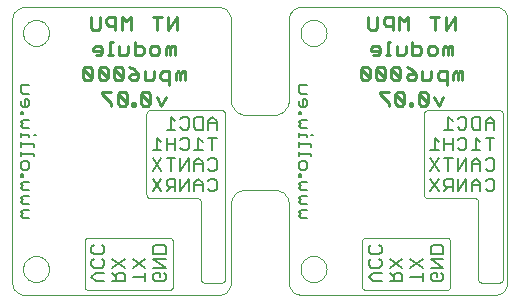
<source format=gbo>
G75*
%MOIN*%
%OFA0B0*%
%FSLAX24Y24*%
%IPPOS*%
%LPD*%
%AMOC8*
5,1,8,0,0,1.08239X$1,22.5*
%
%ADD10C,0.0000*%
%ADD11C,0.0080*%
%ADD12C,0.0030*%
%ADD13C,0.0110*%
D10*
X003587Y005150D02*
X010080Y005150D01*
X010119Y005153D01*
X010158Y005159D01*
X010196Y005169D01*
X010233Y005183D01*
X010268Y005200D01*
X010301Y005221D01*
X010332Y005245D01*
X010361Y005271D01*
X010387Y005301D01*
X010410Y005333D01*
X010430Y005367D01*
X010446Y005402D01*
X010458Y005440D01*
X010467Y005478D01*
X010473Y005517D01*
X010474Y005556D01*
X010474Y008150D01*
X010476Y008194D01*
X010482Y008237D01*
X010491Y008279D01*
X010504Y008321D01*
X010521Y008361D01*
X010541Y008400D01*
X010564Y008437D01*
X010591Y008471D01*
X010620Y008504D01*
X010653Y008533D01*
X010687Y008560D01*
X010724Y008583D01*
X010763Y008603D01*
X010803Y008620D01*
X010845Y008633D01*
X010887Y008642D01*
X010930Y008648D01*
X010974Y008650D01*
X011912Y008650D01*
X011956Y008648D01*
X011999Y008642D01*
X012041Y008633D01*
X012083Y008620D01*
X012123Y008603D01*
X012162Y008583D01*
X012199Y008560D01*
X012233Y008533D01*
X012266Y008504D01*
X012295Y008471D01*
X012322Y008437D01*
X012345Y008400D01*
X012365Y008361D01*
X012382Y008321D01*
X012395Y008279D01*
X012404Y008237D01*
X012410Y008194D01*
X012412Y008150D01*
X012412Y005556D01*
X012414Y005517D01*
X012419Y005479D01*
X012428Y005441D01*
X012441Y005404D01*
X012458Y005369D01*
X012478Y005335D01*
X012501Y005304D01*
X012527Y005275D01*
X012555Y005249D01*
X012586Y005225D01*
X012620Y005205D01*
X012655Y005188D01*
X012692Y005175D01*
X012729Y005165D01*
X012768Y005159D01*
X012807Y005157D01*
X012806Y005157D02*
X019299Y005157D01*
X019338Y005159D01*
X019376Y005165D01*
X019413Y005174D01*
X019450Y005187D01*
X019485Y005204D01*
X019518Y005223D01*
X019549Y005246D01*
X019578Y005272D01*
X019604Y005301D01*
X019627Y005332D01*
X019646Y005365D01*
X019663Y005400D01*
X019676Y005437D01*
X019685Y005474D01*
X019691Y005512D01*
X019693Y005551D01*
X019693Y014350D01*
X019691Y014389D01*
X019685Y014427D01*
X019676Y014464D01*
X019663Y014501D01*
X019646Y014536D01*
X019627Y014569D01*
X019604Y014600D01*
X019578Y014629D01*
X019549Y014655D01*
X019518Y014678D01*
X019485Y014697D01*
X019450Y014714D01*
X019413Y014727D01*
X019376Y014736D01*
X019338Y014742D01*
X019299Y014744D01*
X012806Y014744D01*
X012806Y014743D02*
X012767Y014740D01*
X012728Y014734D01*
X012690Y014724D01*
X012653Y014710D01*
X012618Y014693D01*
X012585Y014672D01*
X012554Y014648D01*
X012525Y014622D01*
X012499Y014592D01*
X012476Y014560D01*
X012456Y014526D01*
X012440Y014491D01*
X012428Y014453D01*
X012419Y014415D01*
X012413Y014376D01*
X012412Y014337D01*
X012412Y014338D02*
X012412Y011650D01*
X012410Y011606D01*
X012404Y011563D01*
X012395Y011521D01*
X012382Y011479D01*
X012365Y011439D01*
X012345Y011400D01*
X012322Y011363D01*
X012295Y011329D01*
X012266Y011296D01*
X012233Y011267D01*
X012199Y011240D01*
X012162Y011217D01*
X012123Y011197D01*
X012083Y011180D01*
X012041Y011167D01*
X011999Y011158D01*
X011956Y011152D01*
X011912Y011150D01*
X010974Y011150D01*
X010930Y011152D01*
X010887Y011158D01*
X010845Y011167D01*
X010803Y011180D01*
X010763Y011197D01*
X010724Y011217D01*
X010687Y011240D01*
X010653Y011267D01*
X010620Y011296D01*
X010591Y011329D01*
X010564Y011363D01*
X010541Y011400D01*
X010521Y011439D01*
X010504Y011479D01*
X010491Y011521D01*
X010482Y011563D01*
X010476Y011606D01*
X010474Y011650D01*
X010474Y014338D01*
X010475Y014338D02*
X010473Y014377D01*
X010468Y014415D01*
X010459Y014453D01*
X010446Y014490D01*
X010429Y014525D01*
X010409Y014559D01*
X010386Y014590D01*
X010360Y014619D01*
X010332Y014645D01*
X010301Y014669D01*
X010267Y014689D01*
X010232Y014706D01*
X010195Y014719D01*
X010158Y014729D01*
X010119Y014735D01*
X010080Y014737D01*
X003587Y014737D01*
X003548Y014735D01*
X003510Y014729D01*
X003473Y014720D01*
X003436Y014707D01*
X003401Y014690D01*
X003368Y014671D01*
X003337Y014648D01*
X003308Y014622D01*
X003282Y014593D01*
X003259Y014562D01*
X003240Y014529D01*
X003223Y014494D01*
X003210Y014457D01*
X003201Y014420D01*
X003195Y014382D01*
X003193Y014343D01*
X003193Y005544D01*
X003195Y005505D01*
X003201Y005467D01*
X003210Y005430D01*
X003223Y005393D01*
X003240Y005358D01*
X003259Y005325D01*
X003282Y005294D01*
X003308Y005265D01*
X003337Y005239D01*
X003368Y005216D01*
X003401Y005197D01*
X003436Y005180D01*
X003473Y005167D01*
X003510Y005158D01*
X003548Y005152D01*
X003587Y005150D01*
X003548Y006006D02*
X003550Y006047D01*
X003556Y006088D01*
X003566Y006128D01*
X003579Y006167D01*
X003596Y006204D01*
X003617Y006240D01*
X003641Y006274D01*
X003668Y006305D01*
X003697Y006333D01*
X003730Y006359D01*
X003764Y006381D01*
X003801Y006400D01*
X003839Y006415D01*
X003879Y006427D01*
X003919Y006435D01*
X003960Y006439D01*
X004002Y006439D01*
X004043Y006435D01*
X004083Y006427D01*
X004123Y006415D01*
X004161Y006400D01*
X004197Y006381D01*
X004232Y006359D01*
X004265Y006333D01*
X004294Y006305D01*
X004321Y006274D01*
X004345Y006240D01*
X004366Y006204D01*
X004383Y006167D01*
X004396Y006128D01*
X004406Y006088D01*
X004412Y006047D01*
X004414Y006006D01*
X004412Y005965D01*
X004406Y005924D01*
X004396Y005884D01*
X004383Y005845D01*
X004366Y005808D01*
X004345Y005772D01*
X004321Y005738D01*
X004294Y005707D01*
X004265Y005679D01*
X004232Y005653D01*
X004198Y005631D01*
X004161Y005612D01*
X004123Y005597D01*
X004083Y005585D01*
X004043Y005577D01*
X004002Y005573D01*
X003960Y005573D01*
X003919Y005577D01*
X003879Y005585D01*
X003839Y005597D01*
X003801Y005612D01*
X003765Y005631D01*
X003730Y005653D01*
X003697Y005679D01*
X003668Y005707D01*
X003641Y005738D01*
X003617Y005772D01*
X003596Y005808D01*
X003579Y005845D01*
X003566Y005884D01*
X003556Y005924D01*
X003550Y005965D01*
X003548Y006006D01*
X003548Y013880D02*
X003550Y013921D01*
X003556Y013962D01*
X003566Y014002D01*
X003579Y014041D01*
X003596Y014078D01*
X003617Y014114D01*
X003641Y014148D01*
X003668Y014179D01*
X003697Y014207D01*
X003730Y014233D01*
X003764Y014255D01*
X003801Y014274D01*
X003839Y014289D01*
X003879Y014301D01*
X003919Y014309D01*
X003960Y014313D01*
X004002Y014313D01*
X004043Y014309D01*
X004083Y014301D01*
X004123Y014289D01*
X004161Y014274D01*
X004197Y014255D01*
X004232Y014233D01*
X004265Y014207D01*
X004294Y014179D01*
X004321Y014148D01*
X004345Y014114D01*
X004366Y014078D01*
X004383Y014041D01*
X004396Y014002D01*
X004406Y013962D01*
X004412Y013921D01*
X004414Y013880D01*
X004412Y013839D01*
X004406Y013798D01*
X004396Y013758D01*
X004383Y013719D01*
X004366Y013682D01*
X004345Y013646D01*
X004321Y013612D01*
X004294Y013581D01*
X004265Y013553D01*
X004232Y013527D01*
X004198Y013505D01*
X004161Y013486D01*
X004123Y013471D01*
X004083Y013459D01*
X004043Y013451D01*
X004002Y013447D01*
X003960Y013447D01*
X003919Y013451D01*
X003879Y013459D01*
X003839Y013471D01*
X003801Y013486D01*
X003765Y013505D01*
X003730Y013527D01*
X003697Y013553D01*
X003668Y013581D01*
X003641Y013612D01*
X003617Y013646D01*
X003596Y013682D01*
X003579Y013719D01*
X003566Y013758D01*
X003556Y013798D01*
X003550Y013839D01*
X003548Y013880D01*
X012798Y013880D02*
X012800Y013921D01*
X012806Y013962D01*
X012816Y014002D01*
X012829Y014041D01*
X012846Y014078D01*
X012867Y014114D01*
X012891Y014148D01*
X012918Y014179D01*
X012947Y014207D01*
X012980Y014233D01*
X013014Y014255D01*
X013051Y014274D01*
X013089Y014289D01*
X013129Y014301D01*
X013169Y014309D01*
X013210Y014313D01*
X013252Y014313D01*
X013293Y014309D01*
X013333Y014301D01*
X013373Y014289D01*
X013411Y014274D01*
X013447Y014255D01*
X013482Y014233D01*
X013515Y014207D01*
X013544Y014179D01*
X013571Y014148D01*
X013595Y014114D01*
X013616Y014078D01*
X013633Y014041D01*
X013646Y014002D01*
X013656Y013962D01*
X013662Y013921D01*
X013664Y013880D01*
X013662Y013839D01*
X013656Y013798D01*
X013646Y013758D01*
X013633Y013719D01*
X013616Y013682D01*
X013595Y013646D01*
X013571Y013612D01*
X013544Y013581D01*
X013515Y013553D01*
X013482Y013527D01*
X013448Y013505D01*
X013411Y013486D01*
X013373Y013471D01*
X013333Y013459D01*
X013293Y013451D01*
X013252Y013447D01*
X013210Y013447D01*
X013169Y013451D01*
X013129Y013459D01*
X013089Y013471D01*
X013051Y013486D01*
X013015Y013505D01*
X012980Y013527D01*
X012947Y013553D01*
X012918Y013581D01*
X012891Y013612D01*
X012867Y013646D01*
X012846Y013682D01*
X012829Y013719D01*
X012816Y013758D01*
X012806Y013798D01*
X012800Y013839D01*
X012798Y013880D01*
X012798Y006006D02*
X012800Y006047D01*
X012806Y006088D01*
X012816Y006128D01*
X012829Y006167D01*
X012846Y006204D01*
X012867Y006240D01*
X012891Y006274D01*
X012918Y006305D01*
X012947Y006333D01*
X012980Y006359D01*
X013014Y006381D01*
X013051Y006400D01*
X013089Y006415D01*
X013129Y006427D01*
X013169Y006435D01*
X013210Y006439D01*
X013252Y006439D01*
X013293Y006435D01*
X013333Y006427D01*
X013373Y006415D01*
X013411Y006400D01*
X013447Y006381D01*
X013482Y006359D01*
X013515Y006333D01*
X013544Y006305D01*
X013571Y006274D01*
X013595Y006240D01*
X013616Y006204D01*
X013633Y006167D01*
X013646Y006128D01*
X013656Y006088D01*
X013662Y006047D01*
X013664Y006006D01*
X013662Y005965D01*
X013656Y005924D01*
X013646Y005884D01*
X013633Y005845D01*
X013616Y005808D01*
X013595Y005772D01*
X013571Y005738D01*
X013544Y005707D01*
X013515Y005679D01*
X013482Y005653D01*
X013448Y005631D01*
X013411Y005612D01*
X013373Y005597D01*
X013333Y005585D01*
X013293Y005577D01*
X013252Y005573D01*
X013210Y005573D01*
X013169Y005577D01*
X013129Y005585D01*
X013089Y005597D01*
X013051Y005612D01*
X013015Y005631D01*
X012980Y005653D01*
X012947Y005679D01*
X012918Y005707D01*
X012891Y005738D01*
X012867Y005772D01*
X012846Y005808D01*
X012829Y005845D01*
X012816Y005884D01*
X012806Y005924D01*
X012800Y005965D01*
X012798Y006006D01*
D11*
X012803Y007711D02*
X012733Y007781D01*
X012803Y007851D01*
X012733Y007921D01*
X012803Y007991D01*
X013013Y007991D01*
X013013Y008171D02*
X012803Y008171D01*
X012733Y008242D01*
X012803Y008312D01*
X012733Y008382D01*
X012803Y008452D01*
X013013Y008452D01*
X013013Y008632D02*
X012803Y008632D01*
X012733Y008702D01*
X012803Y008772D01*
X012733Y008842D01*
X012803Y008912D01*
X013013Y008912D01*
X012803Y009092D02*
X012803Y009162D01*
X012733Y009162D01*
X012733Y009092D01*
X012803Y009092D01*
X012803Y009322D02*
X012733Y009392D01*
X012733Y009533D01*
X012803Y009603D01*
X012943Y009603D01*
X013013Y009533D01*
X013013Y009392D01*
X012943Y009322D01*
X012803Y009322D01*
X012733Y009783D02*
X012733Y009923D01*
X012733Y009853D02*
X013154Y009853D01*
X013154Y009783D01*
X013154Y010090D02*
X013154Y010160D01*
X012733Y010160D01*
X012733Y010090D02*
X012733Y010230D01*
X012733Y010397D02*
X012733Y010537D01*
X012733Y010467D02*
X013013Y010467D01*
X013013Y010397D01*
X013154Y010467D02*
X013224Y010467D01*
X013013Y010704D02*
X012803Y010704D01*
X012733Y010774D01*
X012803Y010844D01*
X012733Y010914D01*
X012803Y010984D01*
X013013Y010984D01*
X012803Y011164D02*
X012803Y011234D01*
X012733Y011234D01*
X012733Y011164D01*
X012803Y011164D01*
X012803Y011394D02*
X012733Y011464D01*
X012733Y011604D01*
X012873Y011674D02*
X012873Y011394D01*
X012803Y011394D02*
X012943Y011394D01*
X013013Y011464D01*
X013013Y011604D01*
X012943Y011674D01*
X012873Y011674D01*
X012803Y011855D02*
X012733Y011925D01*
X012733Y012135D01*
X013013Y012135D01*
X013013Y011855D02*
X012803Y011855D01*
X009997Y010939D02*
X009997Y010659D01*
X009997Y010869D02*
X009717Y010869D01*
X009717Y010939D02*
X009717Y010659D01*
X009537Y010659D02*
X009326Y010659D01*
X009256Y010729D01*
X009256Y011009D01*
X009326Y011079D01*
X009537Y011079D01*
X009537Y010659D01*
X009717Y010939D02*
X009857Y011079D01*
X009997Y010939D01*
X009997Y010392D02*
X009717Y010392D01*
X009857Y010392D02*
X009857Y009971D01*
X009927Y009704D02*
X009997Y009634D01*
X009997Y009354D01*
X009927Y009284D01*
X009787Y009284D01*
X009717Y009354D01*
X009537Y009284D02*
X009537Y009564D01*
X009396Y009704D01*
X009256Y009564D01*
X009256Y009284D01*
X009076Y009284D02*
X009076Y009704D01*
X008796Y009284D01*
X008796Y009704D01*
X008616Y009704D02*
X008336Y009704D01*
X008476Y009704D02*
X008476Y009284D01*
X008406Y009017D02*
X008336Y008947D01*
X008336Y008806D01*
X008406Y008736D01*
X008616Y008736D01*
X008616Y008596D02*
X008616Y009017D01*
X008406Y009017D01*
X008155Y009017D02*
X007875Y008596D01*
X008155Y008596D02*
X007875Y009017D01*
X007875Y009284D02*
X008155Y009704D01*
X008155Y009971D02*
X007875Y009971D01*
X008015Y009971D02*
X008015Y010392D01*
X008155Y010251D01*
X008336Y010181D02*
X008616Y010181D01*
X008616Y009971D02*
X008616Y010392D01*
X008796Y010322D02*
X008866Y010392D01*
X009006Y010392D01*
X009076Y010322D01*
X009076Y010041D01*
X009006Y009971D01*
X008866Y009971D01*
X008796Y010041D01*
X009256Y009971D02*
X009537Y009971D01*
X009396Y009971D02*
X009396Y010392D01*
X009537Y010251D01*
X009787Y009704D02*
X009717Y009634D01*
X009787Y009704D02*
X009927Y009704D01*
X009537Y009494D02*
X009256Y009494D01*
X009396Y009017D02*
X009256Y008876D01*
X009256Y008596D01*
X009076Y008596D02*
X009076Y009017D01*
X008796Y008596D01*
X008796Y009017D01*
X008476Y008736D02*
X008336Y008596D01*
X008155Y009284D02*
X007875Y009704D01*
X008336Y009971D02*
X008336Y010392D01*
X008336Y010659D02*
X008616Y010659D01*
X008476Y010659D02*
X008476Y011079D01*
X008616Y010939D01*
X008796Y011009D02*
X008866Y011079D01*
X009006Y011079D01*
X009076Y011009D01*
X009076Y010729D01*
X009006Y010659D01*
X008866Y010659D01*
X008796Y010729D01*
X009396Y009017D02*
X009537Y008876D01*
X009537Y008596D01*
X009717Y008666D02*
X009787Y008596D01*
X009927Y008596D01*
X009997Y008666D01*
X009997Y008947D01*
X009927Y009017D01*
X009787Y009017D01*
X009717Y008947D01*
X009537Y008806D02*
X009256Y008806D01*
X008240Y006797D02*
X007959Y006797D01*
X007889Y006727D01*
X007889Y006517D01*
X008310Y006517D01*
X008310Y006727D01*
X008240Y006797D01*
X008310Y006337D02*
X007889Y006337D01*
X008310Y006057D01*
X007889Y006057D01*
X007959Y005876D02*
X008100Y005876D01*
X008100Y005736D01*
X008240Y005596D02*
X007959Y005596D01*
X007889Y005666D01*
X007889Y005806D01*
X007959Y005876D01*
X007622Y005876D02*
X007622Y005596D01*
X007622Y005736D02*
X007202Y005736D01*
X006935Y005806D02*
X006935Y005596D01*
X006514Y005596D01*
X006655Y005596D02*
X006655Y005806D01*
X006725Y005876D01*
X006865Y005876D01*
X006935Y005806D01*
X006935Y006057D02*
X006514Y006337D01*
X006514Y006057D02*
X006935Y006337D01*
X007202Y006337D02*
X007622Y006057D01*
X007622Y006337D02*
X007202Y006057D01*
X006655Y005736D02*
X006514Y005876D01*
X006247Y005876D02*
X005967Y005876D01*
X005827Y005736D01*
X005967Y005596D01*
X006247Y005596D01*
X006177Y006057D02*
X005897Y006057D01*
X005827Y006127D01*
X005827Y006267D01*
X005897Y006337D01*
X005897Y006517D02*
X005827Y006587D01*
X005827Y006727D01*
X005897Y006797D01*
X006177Y006797D02*
X006247Y006727D01*
X006247Y006587D01*
X006177Y006517D01*
X005897Y006517D01*
X006177Y006337D02*
X006247Y006267D01*
X006247Y006127D01*
X006177Y006057D01*
X008240Y005876D02*
X008310Y005806D01*
X008310Y005666D01*
X008240Y005596D01*
X003904Y009783D02*
X003904Y009853D01*
X003483Y009853D01*
X003483Y009783D02*
X003483Y009923D01*
X003483Y010090D02*
X003483Y010230D01*
X003483Y010160D02*
X003904Y010160D01*
X003904Y010090D01*
X003763Y010397D02*
X003763Y010467D01*
X003483Y010467D01*
X003483Y010397D02*
X003483Y010537D01*
X003553Y010704D02*
X003483Y010774D01*
X003553Y010844D01*
X003483Y010914D01*
X003553Y010984D01*
X003763Y010984D01*
X003553Y011164D02*
X003553Y011234D01*
X003483Y011234D01*
X003483Y011164D01*
X003553Y011164D01*
X003553Y011394D02*
X003693Y011394D01*
X003763Y011464D01*
X003763Y011604D01*
X003693Y011674D01*
X003623Y011674D01*
X003623Y011394D01*
X003553Y011394D02*
X003483Y011464D01*
X003483Y011604D01*
X003553Y011855D02*
X003483Y011925D01*
X003483Y012135D01*
X003763Y012135D01*
X003763Y011855D02*
X003553Y011855D01*
X003553Y010704D02*
X003763Y010704D01*
X003904Y010467D02*
X003974Y010467D01*
X003693Y009603D02*
X003553Y009603D01*
X003483Y009533D01*
X003483Y009392D01*
X003553Y009322D01*
X003693Y009322D01*
X003763Y009392D01*
X003763Y009533D01*
X003693Y009603D01*
X003553Y009162D02*
X003483Y009162D01*
X003483Y009092D01*
X003553Y009092D01*
X003553Y009162D01*
X003553Y008912D02*
X003763Y008912D01*
X003553Y008912D02*
X003483Y008842D01*
X003553Y008772D01*
X003483Y008702D01*
X003553Y008632D01*
X003763Y008632D01*
X003763Y008452D02*
X003553Y008452D01*
X003483Y008382D01*
X003553Y008312D01*
X003483Y008242D01*
X003553Y008171D01*
X003763Y008171D01*
X003763Y007991D02*
X003553Y007991D01*
X003483Y007921D01*
X003553Y007851D01*
X003483Y007781D01*
X003553Y007711D01*
X003763Y007711D01*
X012803Y007711D02*
X013013Y007711D01*
X015077Y006727D02*
X015077Y006587D01*
X015147Y006517D01*
X015427Y006517D01*
X015497Y006587D01*
X015497Y006727D01*
X015427Y006797D01*
X015147Y006797D02*
X015077Y006727D01*
X015147Y006337D02*
X015077Y006267D01*
X015077Y006127D01*
X015147Y006057D01*
X015427Y006057D01*
X015497Y006127D01*
X015497Y006267D01*
X015427Y006337D01*
X015764Y006337D02*
X016185Y006057D01*
X016115Y005876D02*
X015975Y005876D01*
X015905Y005806D01*
X015905Y005596D01*
X015905Y005736D02*
X015764Y005876D01*
X015764Y006057D02*
X016185Y006337D01*
X016452Y006337D02*
X016872Y006057D01*
X016872Y005876D02*
X016872Y005596D01*
X016872Y005736D02*
X016452Y005736D01*
X016185Y005806D02*
X016115Y005876D01*
X016185Y005806D02*
X016185Y005596D01*
X015764Y005596D01*
X015497Y005596D02*
X015217Y005596D01*
X015077Y005736D01*
X015217Y005876D01*
X015497Y005876D01*
X016452Y006057D02*
X016872Y006337D01*
X017139Y006337D02*
X017560Y006337D01*
X017560Y006517D02*
X017560Y006727D01*
X017490Y006797D01*
X017209Y006797D01*
X017139Y006727D01*
X017139Y006517D01*
X017560Y006517D01*
X017139Y006337D02*
X017560Y006057D01*
X017139Y006057D01*
X017209Y005876D02*
X017350Y005876D01*
X017350Y005736D01*
X017490Y005596D02*
X017209Y005596D01*
X017139Y005666D01*
X017139Y005806D01*
X017209Y005876D01*
X017490Y005876D02*
X017560Y005806D01*
X017560Y005666D01*
X017490Y005596D01*
X017405Y008596D02*
X017125Y009017D01*
X017125Y009284D02*
X017405Y009704D01*
X017586Y009704D02*
X017866Y009704D01*
X017726Y009704D02*
X017726Y009284D01*
X017656Y009017D02*
X017586Y008947D01*
X017586Y008806D01*
X017656Y008736D01*
X017866Y008736D01*
X017866Y008596D02*
X017866Y009017D01*
X017656Y009017D01*
X017405Y009017D02*
X017125Y008596D01*
X017586Y008596D02*
X017726Y008736D01*
X018046Y008596D02*
X018046Y009017D01*
X018046Y009284D02*
X018046Y009704D01*
X018116Y009971D02*
X018046Y010041D01*
X018116Y009971D02*
X018256Y009971D01*
X018326Y010041D01*
X018326Y010322D01*
X018256Y010392D01*
X018116Y010392D01*
X018046Y010322D01*
X017866Y010392D02*
X017866Y009971D01*
X017866Y010181D02*
X017586Y010181D01*
X017405Y010251D02*
X017265Y010392D01*
X017265Y009971D01*
X017405Y009971D02*
X017125Y009971D01*
X017125Y009704D02*
X017405Y009284D01*
X018046Y009284D02*
X018326Y009704D01*
X018326Y009284D01*
X018506Y009284D02*
X018506Y009564D01*
X018646Y009704D01*
X018787Y009564D01*
X018787Y009284D01*
X018967Y009354D02*
X019037Y009284D01*
X019177Y009284D01*
X019247Y009354D01*
X019247Y009634D01*
X019177Y009704D01*
X019037Y009704D01*
X018967Y009634D01*
X018787Y009494D02*
X018506Y009494D01*
X018506Y009971D02*
X018787Y009971D01*
X018646Y009971D02*
X018646Y010392D01*
X018787Y010251D01*
X018967Y010392D02*
X019247Y010392D01*
X019107Y010392D02*
X019107Y009971D01*
X019247Y010659D02*
X019247Y010939D01*
X019107Y011079D01*
X018967Y010939D01*
X018967Y010659D01*
X018787Y010659D02*
X018576Y010659D01*
X018506Y010729D01*
X018506Y011009D01*
X018576Y011079D01*
X018787Y011079D01*
X018787Y010659D01*
X018967Y010869D02*
X019247Y010869D01*
X018326Y011009D02*
X018326Y010729D01*
X018256Y010659D01*
X018116Y010659D01*
X018046Y010729D01*
X017866Y010659D02*
X017586Y010659D01*
X017726Y010659D02*
X017726Y011079D01*
X017866Y010939D01*
X018046Y011009D02*
X018116Y011079D01*
X018256Y011079D01*
X018326Y011009D01*
X017586Y010392D02*
X017586Y009971D01*
X018326Y009017D02*
X018046Y008596D01*
X018326Y008596D02*
X018326Y009017D01*
X018506Y008876D02*
X018506Y008596D01*
X018506Y008806D02*
X018787Y008806D01*
X018787Y008876D02*
X018646Y009017D01*
X018506Y008876D01*
X018787Y008876D02*
X018787Y008596D01*
X018967Y008666D02*
X019037Y008596D01*
X019177Y008596D01*
X019247Y008666D01*
X019247Y008947D01*
X019177Y009017D01*
X019037Y009017D01*
X018967Y008947D01*
D12*
X018599Y008369D02*
X017037Y008369D01*
X017017Y008371D01*
X016998Y008375D01*
X016980Y008383D01*
X016964Y008393D01*
X016949Y008406D01*
X016936Y008421D01*
X016926Y008437D01*
X016918Y008455D01*
X016914Y008474D01*
X016912Y008494D01*
X016912Y011181D01*
X016914Y011201D01*
X016918Y011220D01*
X016926Y011238D01*
X016936Y011254D01*
X016949Y011269D01*
X016964Y011282D01*
X016980Y011292D01*
X016998Y011300D01*
X017017Y011304D01*
X017037Y011306D01*
X019412Y011306D01*
X019432Y011304D01*
X019451Y011300D01*
X019469Y011292D01*
X019485Y011282D01*
X019500Y011269D01*
X019513Y011254D01*
X019523Y011238D01*
X019531Y011220D01*
X019535Y011201D01*
X019537Y011181D01*
X019537Y005681D01*
X019535Y005661D01*
X019531Y005642D01*
X019523Y005624D01*
X019513Y005608D01*
X019500Y005593D01*
X019485Y005580D01*
X019469Y005570D01*
X019451Y005562D01*
X019432Y005558D01*
X019412Y005556D01*
X018849Y005556D01*
X018829Y005558D01*
X018810Y005562D01*
X018792Y005570D01*
X018776Y005580D01*
X018761Y005593D01*
X018748Y005608D01*
X018738Y005624D01*
X018730Y005642D01*
X018726Y005661D01*
X018724Y005681D01*
X018724Y008244D01*
X018722Y008264D01*
X018718Y008283D01*
X018710Y008301D01*
X018700Y008317D01*
X018687Y008332D01*
X018672Y008345D01*
X018656Y008355D01*
X018638Y008363D01*
X018619Y008367D01*
X018599Y008369D01*
X017662Y007056D02*
X014974Y007056D01*
X014954Y007054D01*
X014935Y007050D01*
X014917Y007042D01*
X014901Y007032D01*
X014886Y007019D01*
X014873Y007004D01*
X014863Y006988D01*
X014855Y006970D01*
X014851Y006951D01*
X014849Y006931D01*
X014849Y005431D01*
X014851Y005411D01*
X014855Y005392D01*
X014863Y005374D01*
X014873Y005358D01*
X014886Y005343D01*
X014901Y005330D01*
X014917Y005320D01*
X014935Y005312D01*
X014954Y005308D01*
X014974Y005306D01*
X017662Y005306D01*
X017682Y005308D01*
X017701Y005312D01*
X017719Y005320D01*
X017735Y005330D01*
X017750Y005343D01*
X017763Y005358D01*
X017773Y005374D01*
X017781Y005392D01*
X017785Y005411D01*
X017787Y005431D01*
X017787Y006931D01*
X017785Y006951D01*
X017781Y006970D01*
X017773Y006988D01*
X017763Y007004D01*
X017750Y007019D01*
X017735Y007032D01*
X017719Y007042D01*
X017701Y007050D01*
X017682Y007054D01*
X017662Y007056D01*
X010287Y005681D02*
X010287Y011181D01*
X010285Y011201D01*
X010281Y011220D01*
X010273Y011238D01*
X010263Y011254D01*
X010250Y011269D01*
X010235Y011282D01*
X010219Y011292D01*
X010201Y011300D01*
X010182Y011304D01*
X010162Y011306D01*
X007787Y011306D01*
X007767Y011304D01*
X007748Y011300D01*
X007730Y011292D01*
X007714Y011282D01*
X007699Y011269D01*
X007686Y011254D01*
X007676Y011238D01*
X007668Y011220D01*
X007664Y011201D01*
X007662Y011181D01*
X007662Y008494D01*
X007664Y008474D01*
X007668Y008455D01*
X007676Y008437D01*
X007686Y008421D01*
X007699Y008406D01*
X007714Y008393D01*
X007730Y008383D01*
X007748Y008375D01*
X007767Y008371D01*
X007787Y008369D01*
X009349Y008369D01*
X009369Y008367D01*
X009388Y008363D01*
X009406Y008355D01*
X009422Y008345D01*
X009437Y008332D01*
X009450Y008317D01*
X009460Y008301D01*
X009468Y008283D01*
X009472Y008264D01*
X009474Y008244D01*
X009474Y005681D01*
X009476Y005661D01*
X009480Y005642D01*
X009488Y005624D01*
X009498Y005608D01*
X009511Y005593D01*
X009526Y005580D01*
X009542Y005570D01*
X009560Y005562D01*
X009579Y005558D01*
X009599Y005556D01*
X010162Y005556D01*
X010182Y005558D01*
X010201Y005562D01*
X010219Y005570D01*
X010235Y005580D01*
X010250Y005593D01*
X010263Y005608D01*
X010273Y005624D01*
X010281Y005642D01*
X010285Y005661D01*
X010287Y005681D01*
X008537Y005431D02*
X008537Y006931D01*
X008535Y006951D01*
X008531Y006970D01*
X008523Y006988D01*
X008513Y007004D01*
X008500Y007019D01*
X008485Y007032D01*
X008469Y007042D01*
X008451Y007050D01*
X008432Y007054D01*
X008412Y007056D01*
X005724Y007056D01*
X005704Y007054D01*
X005685Y007050D01*
X005667Y007042D01*
X005651Y007032D01*
X005636Y007019D01*
X005623Y007004D01*
X005613Y006988D01*
X005605Y006970D01*
X005601Y006951D01*
X005599Y006931D01*
X005599Y005431D01*
X005601Y005411D01*
X005605Y005392D01*
X005613Y005374D01*
X005623Y005358D01*
X005636Y005343D01*
X005651Y005330D01*
X005667Y005320D01*
X005685Y005312D01*
X005704Y005308D01*
X005724Y005306D01*
X008412Y005306D01*
X008432Y005308D01*
X008451Y005312D01*
X008469Y005320D01*
X008485Y005330D01*
X008500Y005343D01*
X008513Y005358D01*
X008523Y005374D01*
X008531Y005392D01*
X008535Y005411D01*
X008537Y005431D01*
D13*
X008148Y011455D02*
X007998Y011755D01*
X007783Y011830D02*
X007783Y011530D01*
X007482Y011830D01*
X007482Y011530D01*
X007558Y011455D01*
X007708Y011455D01*
X007783Y011530D01*
X007783Y011830D02*
X007708Y011905D01*
X007558Y011905D01*
X007482Y011830D01*
X007267Y011530D02*
X007192Y011530D01*
X007192Y011455D01*
X007267Y011455D01*
X007267Y011530D01*
X007009Y011530D02*
X006709Y011830D01*
X006709Y011530D01*
X006784Y011455D01*
X006934Y011455D01*
X007009Y011530D01*
X007009Y011830D01*
X006934Y011905D01*
X006784Y011905D01*
X006709Y011830D01*
X006494Y011905D02*
X006193Y011905D01*
X006193Y011830D01*
X006494Y011530D01*
X006494Y011455D01*
X006655Y012295D02*
X006805Y012295D01*
X006880Y012370D01*
X006580Y012670D01*
X006580Y012370D01*
X006655Y012295D01*
X006880Y012370D02*
X006880Y012670D01*
X006805Y012745D01*
X006655Y012745D01*
X006580Y012670D01*
X006365Y012670D02*
X006290Y012745D01*
X006140Y012745D01*
X006064Y012670D01*
X006365Y012370D01*
X006290Y012295D01*
X006140Y012295D01*
X006064Y012370D01*
X006064Y012670D01*
X005849Y012670D02*
X005774Y012745D01*
X005624Y012745D01*
X005549Y012670D01*
X005849Y012370D01*
X005774Y012295D01*
X005624Y012295D01*
X005549Y012370D01*
X005549Y012670D01*
X005849Y012670D02*
X005849Y012370D01*
X006365Y012370D02*
X006365Y012670D01*
X006386Y013135D02*
X006537Y013135D01*
X006462Y013135D02*
X006462Y013585D01*
X006537Y013585D01*
X006752Y013435D02*
X006752Y013135D01*
X006977Y013135D01*
X007052Y013210D01*
X007052Y013435D01*
X007268Y013435D02*
X007493Y013435D01*
X007568Y013360D01*
X007568Y013210D01*
X007493Y013135D01*
X007268Y013135D01*
X007268Y013585D01*
X007138Y013975D02*
X007138Y014425D01*
X006988Y014275D01*
X006838Y014425D01*
X006838Y013975D01*
X006623Y013975D02*
X006623Y014425D01*
X006397Y014425D01*
X006322Y014350D01*
X006322Y014200D01*
X006397Y014125D01*
X006623Y014125D01*
X006107Y014050D02*
X006107Y014425D01*
X005807Y014425D02*
X005807Y014050D01*
X005882Y013975D01*
X006032Y013975D01*
X006107Y014050D01*
X006118Y013435D02*
X005968Y013435D01*
X005893Y013360D01*
X005893Y013285D01*
X006193Y013285D01*
X006193Y013210D02*
X006193Y013360D01*
X006118Y013435D01*
X006193Y013210D02*
X006118Y013135D01*
X005968Y013135D01*
X007096Y012745D02*
X007246Y012670D01*
X007396Y012520D01*
X007171Y012520D01*
X007096Y012445D01*
X007096Y012370D01*
X007171Y012295D01*
X007321Y012295D01*
X007396Y012370D01*
X007396Y012520D01*
X007611Y012595D02*
X007611Y012295D01*
X007837Y012295D01*
X007912Y012370D01*
X007912Y012595D01*
X008127Y012520D02*
X008127Y012370D01*
X008202Y012295D01*
X008427Y012295D01*
X008427Y012145D02*
X008427Y012595D01*
X008202Y012595D01*
X008127Y012520D01*
X008643Y012520D02*
X008643Y012295D01*
X008793Y012295D02*
X008793Y012520D01*
X008718Y012595D01*
X008643Y012520D01*
X008793Y012520D02*
X008868Y012595D01*
X008943Y012595D01*
X008943Y012295D01*
X008298Y011755D02*
X008148Y011455D01*
X008008Y013135D02*
X008084Y013210D01*
X008084Y013360D01*
X008008Y013435D01*
X007858Y013435D01*
X007783Y013360D01*
X007783Y013210D01*
X007858Y013135D01*
X008008Y013135D01*
X008299Y013135D02*
X008299Y013360D01*
X008374Y013435D01*
X008449Y013360D01*
X008449Y013135D01*
X008599Y013135D02*
X008599Y013435D01*
X008524Y013435D01*
X008449Y013360D01*
X008385Y013975D02*
X008385Y014425D01*
X008169Y014425D02*
X007869Y014425D01*
X008019Y014425D02*
X008019Y013975D01*
X008385Y013975D02*
X008685Y014425D01*
X008685Y013975D01*
X014799Y012670D02*
X014799Y012370D01*
X014874Y012295D01*
X015024Y012295D01*
X015099Y012370D01*
X014799Y012670D01*
X014874Y012745D01*
X015024Y012745D01*
X015099Y012670D01*
X015099Y012370D01*
X015314Y012370D02*
X015390Y012295D01*
X015540Y012295D01*
X015615Y012370D01*
X015314Y012670D01*
X015314Y012370D01*
X015314Y012670D02*
X015390Y012745D01*
X015540Y012745D01*
X015615Y012670D01*
X015615Y012370D01*
X015830Y012370D02*
X015905Y012295D01*
X016055Y012295D01*
X016130Y012370D01*
X015830Y012670D01*
X015830Y012370D01*
X016130Y012370D02*
X016130Y012670D01*
X016055Y012745D01*
X015905Y012745D01*
X015830Y012670D01*
X015787Y013135D02*
X015636Y013135D01*
X015712Y013135D02*
X015712Y013585D01*
X015787Y013585D01*
X016002Y013435D02*
X016002Y013135D01*
X016227Y013135D01*
X016302Y013210D01*
X016302Y013435D01*
X016518Y013435D02*
X016743Y013435D01*
X016818Y013360D01*
X016818Y013210D01*
X016743Y013135D01*
X016518Y013135D01*
X016518Y013585D01*
X016388Y013975D02*
X016388Y014425D01*
X016238Y014275D01*
X016088Y014425D01*
X016088Y013975D01*
X015873Y013975D02*
X015873Y014425D01*
X015647Y014425D01*
X015572Y014350D01*
X015572Y014200D01*
X015647Y014125D01*
X015873Y014125D01*
X015357Y014050D02*
X015282Y013975D01*
X015132Y013975D01*
X015057Y014050D01*
X015057Y014425D01*
X015357Y014425D02*
X015357Y014050D01*
X015368Y013435D02*
X015218Y013435D01*
X015143Y013360D01*
X015143Y013285D01*
X015443Y013285D01*
X015443Y013210D02*
X015443Y013360D01*
X015368Y013435D01*
X015443Y013210D02*
X015368Y013135D01*
X015218Y013135D01*
X016346Y012745D02*
X016496Y012670D01*
X016646Y012520D01*
X016421Y012520D01*
X016346Y012445D01*
X016346Y012370D01*
X016421Y012295D01*
X016571Y012295D01*
X016646Y012370D01*
X016646Y012520D01*
X016861Y012595D02*
X016861Y012295D01*
X017087Y012295D01*
X017162Y012370D01*
X017162Y012595D01*
X017377Y012520D02*
X017377Y012370D01*
X017452Y012295D01*
X017677Y012295D01*
X017677Y012145D02*
X017677Y012595D01*
X017452Y012595D01*
X017377Y012520D01*
X017893Y012520D02*
X017893Y012295D01*
X018043Y012295D02*
X018043Y012520D01*
X017968Y012595D01*
X017893Y012520D01*
X018043Y012520D02*
X018118Y012595D01*
X018193Y012595D01*
X018193Y012295D01*
X017548Y011755D02*
X017398Y011455D01*
X017248Y011755D01*
X017033Y011830D02*
X017033Y011530D01*
X016732Y011830D01*
X016732Y011530D01*
X016808Y011455D01*
X016958Y011455D01*
X017033Y011530D01*
X017033Y011830D02*
X016958Y011905D01*
X016808Y011905D01*
X016732Y011830D01*
X016517Y011530D02*
X016442Y011530D01*
X016442Y011455D01*
X016517Y011455D01*
X016517Y011530D01*
X016259Y011530D02*
X015959Y011830D01*
X015959Y011530D01*
X016034Y011455D01*
X016184Y011455D01*
X016259Y011530D01*
X016259Y011830D01*
X016184Y011905D01*
X016034Y011905D01*
X015959Y011830D01*
X015744Y011905D02*
X015443Y011905D01*
X015443Y011830D01*
X015744Y011530D01*
X015744Y011455D01*
X017108Y013135D02*
X017033Y013210D01*
X017033Y013360D01*
X017108Y013435D01*
X017258Y013435D01*
X017334Y013360D01*
X017334Y013210D01*
X017258Y013135D01*
X017108Y013135D01*
X017549Y013135D02*
X017549Y013360D01*
X017624Y013435D01*
X017699Y013360D01*
X017699Y013135D01*
X017849Y013135D02*
X017849Y013435D01*
X017774Y013435D01*
X017699Y013360D01*
X017635Y013975D02*
X017635Y014425D01*
X017419Y014425D02*
X017119Y014425D01*
X017269Y014425D02*
X017269Y013975D01*
X017635Y013975D02*
X017935Y014425D01*
X017935Y013975D01*
M02*

</source>
